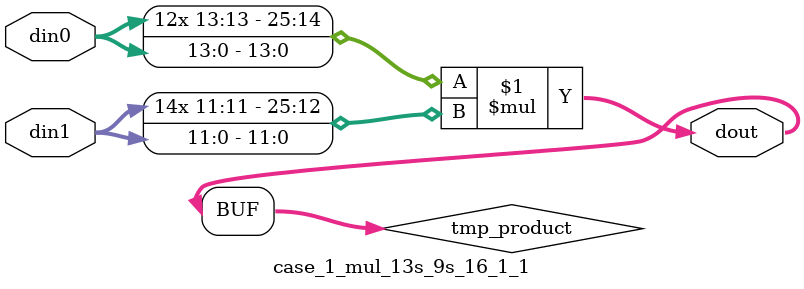
<source format=v>

`timescale 1 ns / 1 ps

 module case_1_mul_13s_9s_16_1_1(din0, din1, dout);
parameter ID = 1;
parameter NUM_STAGE = 0;
parameter din0_WIDTH = 14;
parameter din1_WIDTH = 12;
parameter dout_WIDTH = 26;

input [din0_WIDTH - 1 : 0] din0; 
input [din1_WIDTH - 1 : 0] din1; 
output [dout_WIDTH - 1 : 0] dout;

wire signed [dout_WIDTH - 1 : 0] tmp_product;



























assign tmp_product = $signed(din0) * $signed(din1);








assign dout = tmp_product;





















endmodule

</source>
